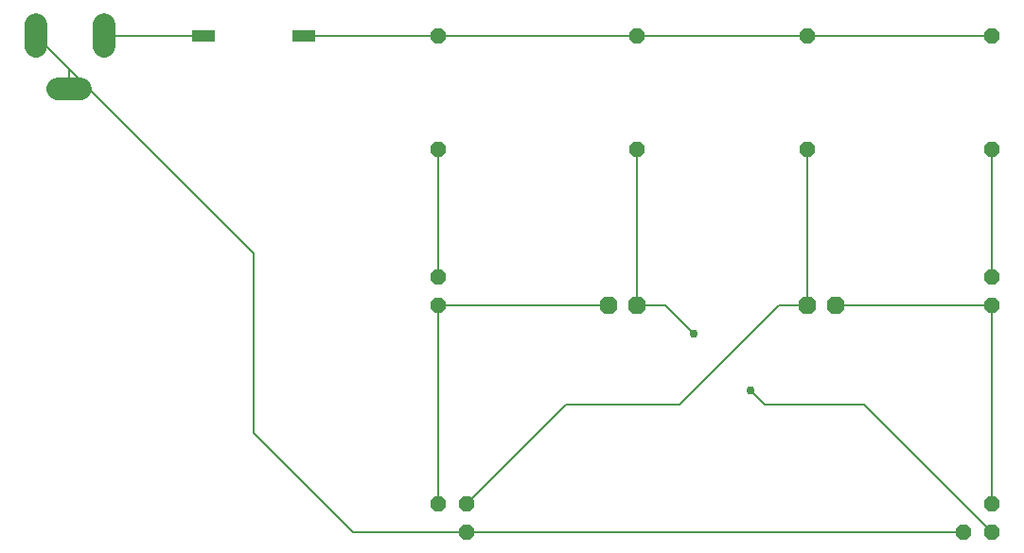
<source format=gbr>
G04 EAGLE Gerber X2 export*
%TF.Part,Single*%
%TF.FileFunction,Copper,L1,Top,Mixed*%
%TF.FilePolarity,Positive*%
%TF.GenerationSoftware,Autodesk,EAGLE,8.6.0*%
%TF.CreationDate,2018-04-10T05:38:09Z*%
G75*
%MOMM*%
%FSLAX34Y34*%
%LPD*%
%AMOC8*
5,1,8,0,0,1.08239X$1,22.5*%
G01*
%ADD10P,1.732040X8X22.500000*%
%ADD11C,2.000000*%
%ADD12P,1.429621X8X292.500000*%
%ADD13P,1.429621X8X112.500000*%
%ADD14R,2.006600X1.092200*%
%ADD15P,1.429621X8X22.500000*%
%ADD16C,0.152400*%
%ADD17C,0.756400*%


D10*
X635000Y279400D03*
X660400Y279400D03*
X812800Y279400D03*
X838200Y279400D03*
D11*
X183400Y510700D02*
X183400Y530700D01*
X122400Y530700D02*
X122400Y510700D01*
X142400Y472700D02*
X162400Y472700D01*
D12*
X482600Y304800D03*
X482600Y279400D03*
X977900Y304800D03*
X977900Y279400D03*
D13*
X482600Y419100D03*
X482600Y520700D03*
X660400Y419100D03*
X660400Y520700D03*
X812800Y419100D03*
X812800Y520700D03*
X977900Y419100D03*
X977900Y520700D03*
D14*
X272542Y520700D03*
X362458Y520700D03*
D15*
X952500Y76200D03*
X977900Y76200D03*
X977900Y101600D03*
D13*
X508000Y76200D03*
X508000Y101600D03*
X482600Y101600D03*
D16*
X482600Y520700D02*
X362458Y520700D01*
X482600Y520700D02*
X660400Y520700D01*
X812800Y520700D01*
X977900Y520700D01*
X482600Y419100D02*
X482600Y304800D01*
X482600Y279400D02*
X635000Y279400D01*
X482600Y279400D02*
X482600Y101600D01*
X660400Y279400D02*
X660400Y419100D01*
X863600Y190500D02*
X977900Y76200D01*
X863600Y190500D02*
X774700Y190500D01*
X762000Y203200D01*
D17*
X762000Y203200D03*
X711200Y254000D03*
D16*
X685800Y279400D01*
X660400Y279400D01*
X812800Y279400D02*
X812800Y419100D01*
X596900Y190500D02*
X508000Y101600D01*
X596900Y190500D02*
X698500Y190500D01*
X787400Y279400D01*
X812800Y279400D01*
X977900Y304800D02*
X977900Y419100D01*
X977900Y279400D02*
X977900Y101600D01*
X977900Y279400D02*
X838200Y279400D01*
X317500Y325600D02*
X122400Y520700D01*
X317500Y325600D02*
X317500Y165100D01*
X406400Y76200D01*
X508000Y76200D01*
X952500Y76200D01*
X152400Y490700D02*
X122400Y520700D01*
X152400Y490700D02*
X152400Y472700D01*
X183400Y520700D02*
X272542Y520700D01*
X279400Y520700D01*
M02*

</source>
